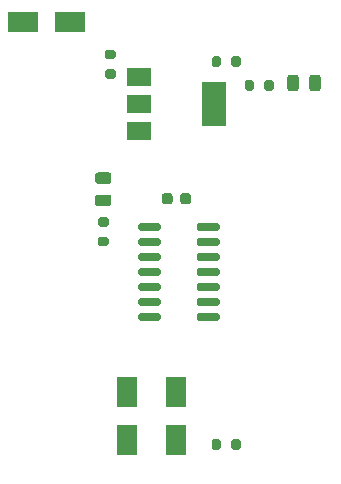
<source format=gbr>
%TF.GenerationSoftware,KiCad,Pcbnew,5.1.9-73d0e3b20d~88~ubuntu20.04.1*%
%TF.CreationDate,2021-02-20T23:14:02+01:00*%
%TF.ProjectId,attiny-214-414-814-proto,61747469-6e79-42d3-9231-342d3431342d,rev?*%
%TF.SameCoordinates,Original*%
%TF.FileFunction,Paste,Top*%
%TF.FilePolarity,Positive*%
%FSLAX46Y46*%
G04 Gerber Fmt 4.6, Leading zero omitted, Abs format (unit mm)*
G04 Created by KiCad (PCBNEW 5.1.9-73d0e3b20d~88~ubuntu20.04.1) date 2021-02-20 23:14:02*
%MOMM*%
%LPD*%
G01*
G04 APERTURE LIST*
%ADD10R,1.800000X2.500000*%
%ADD11R,2.500000X1.800000*%
%ADD12R,2.000000X1.500000*%
%ADD13R,2.000000X3.800000*%
G04 APERTURE END LIST*
D10*
%TO.C,D5*%
X104000000Y-99000000D03*
X104000000Y-95000000D03*
%TD*%
%TO.C,D4*%
X99800000Y-95000000D03*
X99800000Y-99000000D03*
%TD*%
D11*
%TO.C,D1*%
X95000000Y-63600000D03*
X91000000Y-63600000D03*
%TD*%
%TO.C,U2*%
G36*
G01*
X105700000Y-81140000D02*
X105700000Y-80840000D01*
G75*
G02*
X105850000Y-80690000I150000J0D01*
G01*
X107500000Y-80690000D01*
G75*
G02*
X107650000Y-80840000I0J-150000D01*
G01*
X107650000Y-81140000D01*
G75*
G02*
X107500000Y-81290000I-150000J0D01*
G01*
X105850000Y-81290000D01*
G75*
G02*
X105700000Y-81140000I0J150000D01*
G01*
G37*
G36*
G01*
X105700000Y-82410000D02*
X105700000Y-82110000D01*
G75*
G02*
X105850000Y-81960000I150000J0D01*
G01*
X107500000Y-81960000D01*
G75*
G02*
X107650000Y-82110000I0J-150000D01*
G01*
X107650000Y-82410000D01*
G75*
G02*
X107500000Y-82560000I-150000J0D01*
G01*
X105850000Y-82560000D01*
G75*
G02*
X105700000Y-82410000I0J150000D01*
G01*
G37*
G36*
G01*
X105700000Y-83680000D02*
X105700000Y-83380000D01*
G75*
G02*
X105850000Y-83230000I150000J0D01*
G01*
X107500000Y-83230000D01*
G75*
G02*
X107650000Y-83380000I0J-150000D01*
G01*
X107650000Y-83680000D01*
G75*
G02*
X107500000Y-83830000I-150000J0D01*
G01*
X105850000Y-83830000D01*
G75*
G02*
X105700000Y-83680000I0J150000D01*
G01*
G37*
G36*
G01*
X105700000Y-84950000D02*
X105700000Y-84650000D01*
G75*
G02*
X105850000Y-84500000I150000J0D01*
G01*
X107500000Y-84500000D01*
G75*
G02*
X107650000Y-84650000I0J-150000D01*
G01*
X107650000Y-84950000D01*
G75*
G02*
X107500000Y-85100000I-150000J0D01*
G01*
X105850000Y-85100000D01*
G75*
G02*
X105700000Y-84950000I0J150000D01*
G01*
G37*
G36*
G01*
X105700000Y-86220000D02*
X105700000Y-85920000D01*
G75*
G02*
X105850000Y-85770000I150000J0D01*
G01*
X107500000Y-85770000D01*
G75*
G02*
X107650000Y-85920000I0J-150000D01*
G01*
X107650000Y-86220000D01*
G75*
G02*
X107500000Y-86370000I-150000J0D01*
G01*
X105850000Y-86370000D01*
G75*
G02*
X105700000Y-86220000I0J150000D01*
G01*
G37*
G36*
G01*
X105700000Y-87490000D02*
X105700000Y-87190000D01*
G75*
G02*
X105850000Y-87040000I150000J0D01*
G01*
X107500000Y-87040000D01*
G75*
G02*
X107650000Y-87190000I0J-150000D01*
G01*
X107650000Y-87490000D01*
G75*
G02*
X107500000Y-87640000I-150000J0D01*
G01*
X105850000Y-87640000D01*
G75*
G02*
X105700000Y-87490000I0J150000D01*
G01*
G37*
G36*
G01*
X105700000Y-88760000D02*
X105700000Y-88460000D01*
G75*
G02*
X105850000Y-88310000I150000J0D01*
G01*
X107500000Y-88310000D01*
G75*
G02*
X107650000Y-88460000I0J-150000D01*
G01*
X107650000Y-88760000D01*
G75*
G02*
X107500000Y-88910000I-150000J0D01*
G01*
X105850000Y-88910000D01*
G75*
G02*
X105700000Y-88760000I0J150000D01*
G01*
G37*
G36*
G01*
X100750000Y-88760000D02*
X100750000Y-88460000D01*
G75*
G02*
X100900000Y-88310000I150000J0D01*
G01*
X102550000Y-88310000D01*
G75*
G02*
X102700000Y-88460000I0J-150000D01*
G01*
X102700000Y-88760000D01*
G75*
G02*
X102550000Y-88910000I-150000J0D01*
G01*
X100900000Y-88910000D01*
G75*
G02*
X100750000Y-88760000I0J150000D01*
G01*
G37*
G36*
G01*
X100750000Y-87490000D02*
X100750000Y-87190000D01*
G75*
G02*
X100900000Y-87040000I150000J0D01*
G01*
X102550000Y-87040000D01*
G75*
G02*
X102700000Y-87190000I0J-150000D01*
G01*
X102700000Y-87490000D01*
G75*
G02*
X102550000Y-87640000I-150000J0D01*
G01*
X100900000Y-87640000D01*
G75*
G02*
X100750000Y-87490000I0J150000D01*
G01*
G37*
G36*
G01*
X100750000Y-86220000D02*
X100750000Y-85920000D01*
G75*
G02*
X100900000Y-85770000I150000J0D01*
G01*
X102550000Y-85770000D01*
G75*
G02*
X102700000Y-85920000I0J-150000D01*
G01*
X102700000Y-86220000D01*
G75*
G02*
X102550000Y-86370000I-150000J0D01*
G01*
X100900000Y-86370000D01*
G75*
G02*
X100750000Y-86220000I0J150000D01*
G01*
G37*
G36*
G01*
X100750000Y-84950000D02*
X100750000Y-84650000D01*
G75*
G02*
X100900000Y-84500000I150000J0D01*
G01*
X102550000Y-84500000D01*
G75*
G02*
X102700000Y-84650000I0J-150000D01*
G01*
X102700000Y-84950000D01*
G75*
G02*
X102550000Y-85100000I-150000J0D01*
G01*
X100900000Y-85100000D01*
G75*
G02*
X100750000Y-84950000I0J150000D01*
G01*
G37*
G36*
G01*
X100750000Y-83680000D02*
X100750000Y-83380000D01*
G75*
G02*
X100900000Y-83230000I150000J0D01*
G01*
X102550000Y-83230000D01*
G75*
G02*
X102700000Y-83380000I0J-150000D01*
G01*
X102700000Y-83680000D01*
G75*
G02*
X102550000Y-83830000I-150000J0D01*
G01*
X100900000Y-83830000D01*
G75*
G02*
X100750000Y-83680000I0J150000D01*
G01*
G37*
G36*
G01*
X100750000Y-82410000D02*
X100750000Y-82110000D01*
G75*
G02*
X100900000Y-81960000I150000J0D01*
G01*
X102550000Y-81960000D01*
G75*
G02*
X102700000Y-82110000I0J-150000D01*
G01*
X102700000Y-82410000D01*
G75*
G02*
X102550000Y-82560000I-150000J0D01*
G01*
X100900000Y-82560000D01*
G75*
G02*
X100750000Y-82410000I0J150000D01*
G01*
G37*
G36*
G01*
X100750000Y-81140000D02*
X100750000Y-80840000D01*
G75*
G02*
X100900000Y-80690000I150000J0D01*
G01*
X102550000Y-80690000D01*
G75*
G02*
X102700000Y-80840000I0J-150000D01*
G01*
X102700000Y-81140000D01*
G75*
G02*
X102550000Y-81290000I-150000J0D01*
G01*
X100900000Y-81290000D01*
G75*
G02*
X100750000Y-81140000I0J150000D01*
G01*
G37*
%TD*%
D12*
%TO.C,U1*%
X100850000Y-68300000D03*
X100850000Y-72900000D03*
X100850000Y-70600000D03*
D13*
X107150000Y-70600000D03*
%TD*%
%TO.C,R5*%
G36*
G01*
X107775000Y-99125000D02*
X107775000Y-99675000D01*
G75*
G02*
X107575000Y-99875000I-200000J0D01*
G01*
X107175000Y-99875000D01*
G75*
G02*
X106975000Y-99675000I0J200000D01*
G01*
X106975000Y-99125000D01*
G75*
G02*
X107175000Y-98925000I200000J0D01*
G01*
X107575000Y-98925000D01*
G75*
G02*
X107775000Y-99125000I0J-200000D01*
G01*
G37*
G36*
G01*
X109425000Y-99125000D02*
X109425000Y-99675000D01*
G75*
G02*
X109225000Y-99875000I-200000J0D01*
G01*
X108825000Y-99875000D01*
G75*
G02*
X108625000Y-99675000I0J200000D01*
G01*
X108625000Y-99125000D01*
G75*
G02*
X108825000Y-98925000I200000J0D01*
G01*
X109225000Y-98925000D01*
G75*
G02*
X109425000Y-99125000I0J-200000D01*
G01*
G37*
%TD*%
%TO.C,R4*%
G36*
G01*
X108625000Y-67275000D02*
X108625000Y-66725000D01*
G75*
G02*
X108825000Y-66525000I200000J0D01*
G01*
X109225000Y-66525000D01*
G75*
G02*
X109425000Y-66725000I0J-200000D01*
G01*
X109425000Y-67275000D01*
G75*
G02*
X109225000Y-67475000I-200000J0D01*
G01*
X108825000Y-67475000D01*
G75*
G02*
X108625000Y-67275000I0J200000D01*
G01*
G37*
G36*
G01*
X106975000Y-67275000D02*
X106975000Y-66725000D01*
G75*
G02*
X107175000Y-66525000I200000J0D01*
G01*
X107575000Y-66525000D01*
G75*
G02*
X107775000Y-66725000I0J-200000D01*
G01*
X107775000Y-67275000D01*
G75*
G02*
X107575000Y-67475000I-200000J0D01*
G01*
X107175000Y-67475000D01*
G75*
G02*
X106975000Y-67275000I0J200000D01*
G01*
G37*
%TD*%
%TO.C,R3*%
G36*
G01*
X98125000Y-67625000D02*
X98675000Y-67625000D01*
G75*
G02*
X98875000Y-67825000I0J-200000D01*
G01*
X98875000Y-68225000D01*
G75*
G02*
X98675000Y-68425000I-200000J0D01*
G01*
X98125000Y-68425000D01*
G75*
G02*
X97925000Y-68225000I0J200000D01*
G01*
X97925000Y-67825000D01*
G75*
G02*
X98125000Y-67625000I200000J0D01*
G01*
G37*
G36*
G01*
X98125000Y-65975000D02*
X98675000Y-65975000D01*
G75*
G02*
X98875000Y-66175000I0J-200000D01*
G01*
X98875000Y-66575000D01*
G75*
G02*
X98675000Y-66775000I-200000J0D01*
G01*
X98125000Y-66775000D01*
G75*
G02*
X97925000Y-66575000I0J200000D01*
G01*
X97925000Y-66175000D01*
G75*
G02*
X98125000Y-65975000I200000J0D01*
G01*
G37*
%TD*%
%TO.C,R2*%
G36*
G01*
X110575000Y-68725000D02*
X110575000Y-69275000D01*
G75*
G02*
X110375000Y-69475000I-200000J0D01*
G01*
X109975000Y-69475000D01*
G75*
G02*
X109775000Y-69275000I0J200000D01*
G01*
X109775000Y-68725000D01*
G75*
G02*
X109975000Y-68525000I200000J0D01*
G01*
X110375000Y-68525000D01*
G75*
G02*
X110575000Y-68725000I0J-200000D01*
G01*
G37*
G36*
G01*
X112225000Y-68725000D02*
X112225000Y-69275000D01*
G75*
G02*
X112025000Y-69475000I-200000J0D01*
G01*
X111625000Y-69475000D01*
G75*
G02*
X111425000Y-69275000I0J200000D01*
G01*
X111425000Y-68725000D01*
G75*
G02*
X111625000Y-68525000I200000J0D01*
G01*
X112025000Y-68525000D01*
G75*
G02*
X112225000Y-68725000I0J-200000D01*
G01*
G37*
%TD*%
%TO.C,R1*%
G36*
G01*
X97525000Y-81825000D02*
X98075000Y-81825000D01*
G75*
G02*
X98275000Y-82025000I0J-200000D01*
G01*
X98275000Y-82425000D01*
G75*
G02*
X98075000Y-82625000I-200000J0D01*
G01*
X97525000Y-82625000D01*
G75*
G02*
X97325000Y-82425000I0J200000D01*
G01*
X97325000Y-82025000D01*
G75*
G02*
X97525000Y-81825000I200000J0D01*
G01*
G37*
G36*
G01*
X97525000Y-80175000D02*
X98075000Y-80175000D01*
G75*
G02*
X98275000Y-80375000I0J-200000D01*
G01*
X98275000Y-80775000D01*
G75*
G02*
X98075000Y-80975000I-200000J0D01*
G01*
X97525000Y-80975000D01*
G75*
G02*
X97325000Y-80775000I0J200000D01*
G01*
X97325000Y-80375000D01*
G75*
G02*
X97525000Y-80175000I200000J0D01*
G01*
G37*
%TD*%
%TO.C,D3*%
G36*
G01*
X114350000Y-68343750D02*
X114350000Y-69256250D01*
G75*
G02*
X114106250Y-69500000I-243750J0D01*
G01*
X113618750Y-69500000D01*
G75*
G02*
X113375000Y-69256250I0J243750D01*
G01*
X113375000Y-68343750D01*
G75*
G02*
X113618750Y-68100000I243750J0D01*
G01*
X114106250Y-68100000D01*
G75*
G02*
X114350000Y-68343750I0J-243750D01*
G01*
G37*
G36*
G01*
X116225000Y-68343750D02*
X116225000Y-69256250D01*
G75*
G02*
X115981250Y-69500000I-243750J0D01*
G01*
X115493750Y-69500000D01*
G75*
G02*
X115250000Y-69256250I0J243750D01*
G01*
X115250000Y-68343750D01*
G75*
G02*
X115493750Y-68100000I243750J0D01*
G01*
X115981250Y-68100000D01*
G75*
G02*
X116225000Y-68343750I0J-243750D01*
G01*
G37*
%TD*%
%TO.C,D2*%
G36*
G01*
X97343750Y-78250000D02*
X98256250Y-78250000D01*
G75*
G02*
X98500000Y-78493750I0J-243750D01*
G01*
X98500000Y-78981250D01*
G75*
G02*
X98256250Y-79225000I-243750J0D01*
G01*
X97343750Y-79225000D01*
G75*
G02*
X97100000Y-78981250I0J243750D01*
G01*
X97100000Y-78493750D01*
G75*
G02*
X97343750Y-78250000I243750J0D01*
G01*
G37*
G36*
G01*
X97343750Y-76375000D02*
X98256250Y-76375000D01*
G75*
G02*
X98500000Y-76618750I0J-243750D01*
G01*
X98500000Y-77106250D01*
G75*
G02*
X98256250Y-77350000I-243750J0D01*
G01*
X97343750Y-77350000D01*
G75*
G02*
X97100000Y-77106250I0J243750D01*
G01*
X97100000Y-76618750D01*
G75*
G02*
X97343750Y-76375000I243750J0D01*
G01*
G37*
%TD*%
%TO.C,C1*%
G36*
G01*
X104325000Y-78850000D02*
X104325000Y-78350000D01*
G75*
G02*
X104550000Y-78125000I225000J0D01*
G01*
X105000000Y-78125000D01*
G75*
G02*
X105225000Y-78350000I0J-225000D01*
G01*
X105225000Y-78850000D01*
G75*
G02*
X105000000Y-79075000I-225000J0D01*
G01*
X104550000Y-79075000D01*
G75*
G02*
X104325000Y-78850000I0J225000D01*
G01*
G37*
G36*
G01*
X102775000Y-78850000D02*
X102775000Y-78350000D01*
G75*
G02*
X103000000Y-78125000I225000J0D01*
G01*
X103450000Y-78125000D01*
G75*
G02*
X103675000Y-78350000I0J-225000D01*
G01*
X103675000Y-78850000D01*
G75*
G02*
X103450000Y-79075000I-225000J0D01*
G01*
X103000000Y-79075000D01*
G75*
G02*
X102775000Y-78850000I0J225000D01*
G01*
G37*
%TD*%
M02*

</source>
